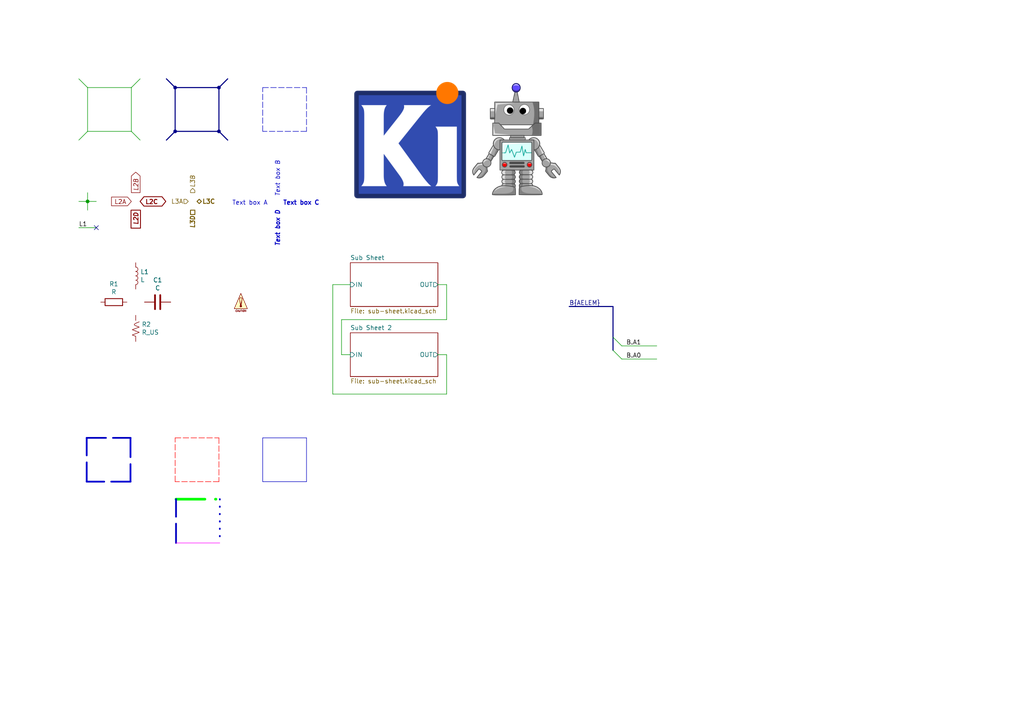
<source format=kicad_sch>
(kicad_sch (version 20211123) (generator eeschema)
  (paper "A4")
  (title_block (title "Title") (date "2020-08-12") (rev "r1B") (company "Company") (comment 1 "Comment 1") (comment 2 "Comment 2") (comment 3 "Comment 3") (comment 4 "@Comment4@"))
  (lib_symbols
    (symbol "Device:C" (pin_numbers hide) (pin_names (offset 0.254))
      (property "Reference" "C" (at 0.635 2.54 0))
      (property "Value" "C" (at 0.635 -2.54 0))
      (symbol "C_0_1"
        (polyline (pts (xy -2.032 -0.762) (xy 2.032 -0.762)) (stroke (width 0.508)))
        (polyline (pts (xy -2.032 0.762) (xy 2.032 0.762)) (stroke (width 0.508)))
      )
      (symbol "C_1_1"
        (pin passive line (at 0 3.81 270) (length 2.794) (name "~") (number "1"))
        (pin passive line (at 0 -3.81 90) (length 2.794) (name "~") (number "2"))
      )
    )
    (symbol "Device:L" (pin_numbers hide) (pin_names (offset 1.016) hide)
      (property "Reference" "L" (at -1.27 0 90))
      (property "Value" "L" (at 1.905 0 90))
      (symbol "L_0_1"
        (arc (start 0 -2.54) (mid 0.635 -1.905) (end 0 -1.27))
        (arc (start 0 -1.27) (mid 0.635 -0.635) (end 0 0))
        (arc (start 0 0) (mid 0.635 0.635) (end 0 1.27))
        (arc (start 0 1.27) (mid 0.635 1.905) (end 0 2.54))
      )
      (symbol "L_1_1"
        (pin passive line (at 0 3.81 270) (length 1.27) (name "1") (number "1"))
        (pin passive line (at 0 -3.81 90) (length 1.27) (name "2") (number "2"))
      )
    )
    (symbol "Device:R_US" (pin_numbers hide) (pin_names (offset 0))
      (property "Reference" "R" (at 2.54 0 90))
      (property "Value" "R_US" (at -2.54 0 90))
      (symbol "R_US_0_0"
        (bezier (pts (xy 0 -0.762) (xy 1.016 -1.143) (xy 0 -1.524) (xy -1.016 -1.905)))
        (polyline (pts (xy 0 -2.286) (xy 0 -2.54)))
        (polyline (pts (xy 0 2.286) (xy 0 2.54)))
        (polyline (pts (xy 0 0.762) (xy 1.016 0.381) (xy 0 0) (xy -1.016 -0.381) (xy 0 -0.762)))
        (polyline (pts (xy 0 2.286) (xy 1.016 1.905) (xy 0 1.524) (xy -1.016 1.143) (xy 0 0.762)))
      )
      (symbol "R_US_1_1"
        (pin passive line (at 0 3.81 270) (length 1.27) (name "~") (number "1"))
        (pin passive line (at 0 -3.81 90) (length 1.27) (name "~") (number "2"))
      )
      (symbol "R_US_1_2"
        (pin passive line (at 0 3.81 270) (length 1.27) (name "~") (number "1"))
        (pin passive line (at 0 -3.81 90) (length 1.27) (name "~") (number "2"))
      )
    )
    (symbol "l1:Resistor" (pin_numbers hide) (pin_names (offset 0))
      (property "Reference" "R" (at 2.032 0 90))
      (property "Value" "Resistor" (at 0 0 90))
      (symbol "Resistor_0_1"
        (rectangle (start -1.016 -2.54) (end 1.016 2.54) (stroke (width 0.254)))
      )
      (symbol "Resistor_1_1"
        (pin passive line (at 0 3.81 270) (length 1.27) (name "~") (number "1"))
        (pin passive line (at 0 -3.81 90) (length 1.27) (name "~") (number "2"))
      )
    )
    (symbol "l1:SYM_CAUTION" (pin_names (offset 1.016))
      (symbol "SYM_CAUTION_0_0"
        (circle (center 0 -1.1684) (radius 0.254) (fill (type outline)))
        (polyline (pts (xy -0.127 -0.762) (xy -0.381 1.016)) (fill (type outline)))
        (polyline (pts (xy -0.127 -0.762) (xy 0.127 -0.762) (xy 0.381 1.016)) (fill (type outline)))
        (polyline (pts (xy -1.27 -1.905) (xy 1.905 -1.905) (xy 0 2.54) (xy -1.905 -1.905) (xy -1.27 -1.905)) (fill (type background)))
        (arc (start 0.381 1.016) (mid 0 1.2906) (end -0.381 1.016))
        (text "CAUTION" (at 0 -2.54 0) (effects (font (size 0.508 0.508) italic)))
      )
    )
  )
  (bus_alias "AELEM" (members "A1" "A0"))
  (junction (at 63.5 25.4))
  (junction (at 63.5 38.1))
  (junction (at 25.4 58.42))
  (junction (at 50.8 38.1))
  (junction (at 50.8 25.4))
  (no_connect (at 27.94 66.04))
  (bus_entry (at 177.8 101.6) (size 2.54 2.54))
  (bus_entry (at 177.8 97.79) (size 2.54 2.54))
  (bus_entry (at 25.4 25.4) (size -2.54 -2.54))
  (bus_entry (at 38.1 38.1) (size 2.54 2.54))
  (bus_entry (at 25.4 38.1) (size -2.54 2.54))
  (bus_entry (at 38.1 25.4) (size 2.54 -2.54))
  (wire (pts (xy 99.06 92.71) (xy 99.06 102.87)))
  (polyline (pts (xy 25.146 127) (xy 37.846 127)) (stroke (width 0.508)))
  (polyline (pts (xy 88.9 25.4) (xy 88.9 38.1)))
  (polyline (pts (xy 37.846 139.7) (xy 25.146 139.7)) (stroke (width 0.508)))
  (wire (pts (xy 38.1 38.1) (xy 25.4 38.1)))
  (polyline (pts (xy 88.9 139.7) (xy 76.2 139.7)) (stroke (width 0) (type solid)))
  (wire (pts (xy 129.54 114.3) (xy 96.52 114.3)))
  (polyline (pts (xy 50.8 139.7) (xy 50.8 127)) (stroke (width 0) (color 255 0 0 1)))
  (polyline (pts (xy 37.846 127) (xy 37.846 139.7)) (stroke (width 0.508)))
  (bus (pts (xy 177.8 88.9) (xy 177.8 97.79)))
  (polyline (pts (xy 76.2 127) (xy 88.9 127)) (stroke (width 0) (type solid)))
  (wire (pts (xy 25.4 58.42) (xy 27.94 58.42)))
  (bus (pts (xy 50.8 25.4) (xy 48.26 22.86)))
  (wire (pts (xy 96.52 82.55) (xy 101.6 82.55)))
  (wire (pts (xy 129.54 82.55) (xy 129.54 92.71)))
  (wire (pts (xy 22.86 58.42) (xy 25.4 58.42)))
  (polyline (pts (xy 51.054 144.78) (xy 63.754 144.78)) (stroke (width 0.762) (type dash_dot) (color 0 255 0 1)))
  (polyline (pts (xy 76.2 25.4) (xy 88.9 25.4)))
  (bus (pts (xy 50.8 38.1) (xy 48.26 40.64)))
  (bus (pts (xy 63.5 38.1) (xy 66.04 40.64)))
  (polyline (pts (xy 50.8 127) (xy 63.5 127)) (stroke (width 0) (color 255 0 0 1)))
  (wire (pts (xy 129.54 102.87) (xy 129.54 114.3)))
  (wire (pts (xy 127 102.87) (xy 129.54 102.87)))
  (wire (pts (xy 99.06 102.87) (xy 101.6 102.87)))
  (bus (pts (xy 63.5 25.4) (xy 63.5 38.1)))
  (wire (pts (xy 25.4 25.4) (xy 38.1 25.4)))
  (polyline (pts (xy 88.9 127) (xy 88.9 139.7)) (stroke (width 0) (type solid)))
  (wire (pts (xy 180.34 104.14) (xy 190.5 104.14)))
  (polyline (pts (xy 76.2 139.7) (xy 76.2 127)) (stroke (width 0) (type solid)))
  (polyline (pts (xy 51.054 157.48) (xy 51.054 144.78)) (stroke (width 0.508)))
  (wire (pts (xy 127 82.55) (xy 129.54 82.55)))
  (polyline (pts (xy 76.2 38.1) (xy 76.2 25.4)))
  (bus (pts (xy 177.8 97.79) (xy 177.8 101.6)))
  (bus (pts (xy 63.5 25.4) (xy 66.04 22.86)))
  (wire (pts (xy 180.34 100.33) (xy 190.5 100.33)))
  (wire (pts (xy 22.86 66.04) (xy 27.94 66.04)))
  (polyline (pts (xy 63.5 139.7) (xy 50.8 139.7)) (stroke (width 0) (color 255 0 0 1)))
  (bus (pts (xy 50.8 25.4) (xy 63.5 25.4)))
  (wire (pts (xy 25.4 58.42) (xy 25.4 60.96)))
  (wire (pts (xy 38.1 25.4) (xy 38.1 38.1)))
  (wire (pts (xy 129.54 92.71) (xy 99.06 92.71)))
  (wire (pts (xy 96.52 114.3) (xy 96.52 82.55)))
  (bus (pts (xy 165.1 88.9) (xy 177.8 88.9)))
  (polyline (pts (xy 63.754 157.48) (xy 51.054 157.48)) (stroke (width 0) (type solid) (color 255 0 255 1)))
  (polyline (pts (xy 88.9 38.1) (xy 76.2 38.1)))
  (polyline (pts (xy 25.146 139.7) (xy 25.146 127)) (stroke (width 0.508)))
  (wire (pts (xy 25.4 38.1) (xy 25.4 25.4)))
  (polyline (pts (xy 63.754 144.78) (xy 63.754 157.48)) (stroke (width 0.508) (type dot)))
  (bus (pts (xy 50.8 38.1) (xy 50.8 25.4)))
  (bus (pts (xy 63.5 38.1) (xy 50.8 38.1)))
  (polyline (pts (xy 63.5 127) (xy 63.5 139.7)) (stroke (width 0) (color 255 0 0 1)))
  (wire (pts (xy 25.4 55.88) (xy 25.4 58.42)))
  (image (at 133.35 40.64))
  (text "Text box B" (at 81.28 57.15 90) (effects (font (size 1.27 1.27) italic) (justify left bottom)))
  (text "Text box A" (at 67.31 59.69 0) (effects (font (size 1.27 1.27)) (justify left bottom)))
  (text "Text box C" (at 92.71 59.69 180) (effects (font (size 1.27 1.27) (thickness 0.254) bold) (justify right bottom)))
  (text "Text box D" (at 81.28 60.96 270) (effects (font (size 1.27 1.27) (thickness 0.254) bold italic) (justify right bottom)))
  (label "B.A0" (at 181.61 104.14 0))
  (label "B.A1" (at 181.61 100.33 0))
  (label "L1" (at 22.86 66.04 0))
  (label "B{AELEM}" (at 165.1 88.9 0))
  (global_label "L2B" (shape output) (at 39.37 55.88 90) (effects (font italic)) (property "Intersheet References" "${INTERSHEET_REFS}" (effects hide)))
  (global_label "L2A" (shape input) (at 38.1 58.42 180) (property "Intersheet References" "${INTERSHEET_REFS}" (effects hide)))
  (global_label "L2C" (shape bidirectional) (at 40.64 58.42 0) (effects (font (thickness 0.254) bold)) (property "Intersheet References" "${INTERSHEET_REFS}" (effects hide)))
  (global_label "L2D" (shape passive) (at 39.37 60.96 270) (effects (font (thickness 0.254) bold italic)) (property "Intersheet References" "${INTERSHEET_REFS}" (effects hide)))
  (hierarchical_label "L3B" (shape output) (at 55.88 55.88 90) (effects (font italic)))
  (hierarchical_label "L3C" (shape bidirectional) (at 57.15 58.42 0) (effects (font (thickness 0.254) bold)))
  (hierarchical_label "L3A" (shape input) (at 54.61 58.42 180))
  (hierarchical_label "L3D" (shape passive) (at 55.88 60.96 270) (effects (font (thickness 0.254) bold italic)))
  (symbol (lib_id "l1:Resistor") (at 33.02 87.63 270) (unit 1)
    (property "Reference" "R1" (at 33.02 82.3722 90))
    (property "Value" "R" (at 33.02 84.6836 90))
    (property "Test" "Hi! \"quoted text\"" (effects hide))
  )
  (symbol (lib_id "Device:L") (at 39.37 80.01 0) (unit 1)
    (property "Reference" "L1" (at 40.7162 78.8416 0) (effects (justify left)))
    (property "Value" "L" (at 40.7162 81.153 0) (effects (justify left)))
  )
  (symbol (lib_id "Device:C") (at 45.72 87.63 90) (unit 1)
    (property "Reference" "C1" (at 45.72 81.2292 90))
    (property "Value" "C" (at 45.72 83.5406 90))
  )
  (symbol (lib_id "Device:R_US") (at 39.37 95.25 180) (unit 1) (convert 2)
    (property "Reference" "R2" (at 41.0972 94.0816 0) (effects (justify right)))
    (property "Value" "R_US" (at 41.0972 96.393 0) (effects (justify right)))
  )
  (symbol (lib_id "l1:SYM_CAUTION") (at 69.85 87.63 0) (unit 1)
    (property "Reference" "#SYM_CAUTION1" (effects hide))
    (property "Value" "SYM_CAUTION" (effects hide))
  )
  (sheet (at 101.6 76.2) (size 25.4 12.7) (fill (color 0 0 0 0.0))
    (property "Sheet name" "Sub Sheet" (at 101.6 75.4884 0) (effects (justify left bottom)))
    (property "Sheet file" "sub-sheet.kicad_sch" (at 101.6 89.4846 0) (effects (justify left top)))
    (pin "OUT" output (at 127 82.55 0))
    (pin "IN" input (at 101.6 82.55 180))
  )
  (sheet (at 101.6 96.52) (size 25.4 12.7) (fill (color 0 0 0 0.0))
    (property "Sheet name" "Sub Sheet 2" (at 101.6 95.8084 0) (effects (justify left bottom)))
    (property "Sheet file" "sub-sheet.kicad_sch" (at 101.6 109.8046 0) (effects (justify left top)))
    (pin "OUT" output (at 127 102.87 0))
    (pin "IN" input (at 101.6 102.87 180))
  )
)
</source>
